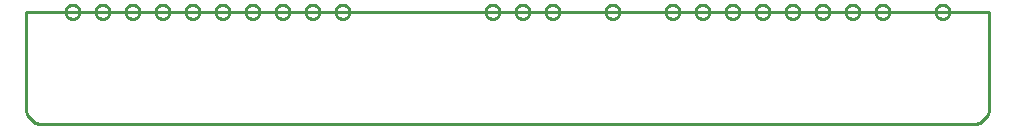
<source format=gbr>
G04 EAGLE Gerber RS-274X export*
G75*
%MOMM*%
%FSLAX34Y34*%
%LPD*%
%IN*%
%IPPOS*%
%AMOC8*
5,1,8,0,0,1.08239X$1,22.5*%
G01*
%ADD10C,0.254000*%


D10*
X-14288Y20638D02*
X-14233Y19392D01*
X-14070Y18157D01*
X-13801Y16940D01*
X-13426Y15751D01*
X-12949Y14599D01*
X-12373Y13494D01*
X-11704Y12443D01*
X-10945Y11454D01*
X-10103Y10535D01*
X-9184Y9693D01*
X-8195Y8934D01*
X-7144Y8264D01*
X-6038Y7689D01*
X-4887Y7212D01*
X-3698Y6837D01*
X-2481Y6567D01*
X-1245Y6404D01*
X0Y6350D01*
X787400Y6350D01*
X788645Y6404D01*
X789881Y6567D01*
X791098Y6837D01*
X792287Y7212D01*
X793438Y7689D01*
X794544Y8264D01*
X795595Y8934D01*
X796584Y9693D01*
X797503Y10535D01*
X798345Y11454D01*
X799104Y12443D01*
X799773Y13494D01*
X800349Y14599D01*
X800826Y15751D01*
X801201Y16940D01*
X801470Y18157D01*
X801633Y19392D01*
X801688Y20638D01*
X801688Y101600D01*
X-14288Y101600D01*
X-14288Y20638D01*
X31400Y101263D02*
X31325Y100593D01*
X31175Y99936D01*
X30952Y99300D01*
X30660Y98693D01*
X30301Y98123D01*
X29881Y97596D01*
X29404Y97119D01*
X28878Y96699D01*
X28307Y96340D01*
X27700Y96048D01*
X27064Y95825D01*
X26407Y95675D01*
X25737Y95600D01*
X25063Y95600D01*
X24393Y95675D01*
X23736Y95825D01*
X23100Y96048D01*
X22493Y96340D01*
X21923Y96699D01*
X21396Y97119D01*
X20919Y97596D01*
X20499Y98123D01*
X20140Y98693D01*
X19848Y99300D01*
X19625Y99936D01*
X19475Y100593D01*
X19400Y101263D01*
X19400Y101937D01*
X19475Y102607D01*
X19625Y103264D01*
X19848Y103900D01*
X20140Y104507D01*
X20499Y105078D01*
X20919Y105604D01*
X21396Y106081D01*
X21923Y106501D01*
X22493Y106860D01*
X23100Y107152D01*
X23736Y107375D01*
X24393Y107525D01*
X25063Y107600D01*
X25737Y107600D01*
X26407Y107525D01*
X27064Y107375D01*
X27700Y107152D01*
X28307Y106860D01*
X28878Y106501D01*
X29404Y106081D01*
X29881Y105604D01*
X30301Y105078D01*
X30660Y104507D01*
X30952Y103900D01*
X31175Y103264D01*
X31325Y102607D01*
X31400Y101937D01*
X31400Y101263D01*
X56800Y101263D02*
X56725Y100593D01*
X56575Y99936D01*
X56352Y99300D01*
X56060Y98693D01*
X55701Y98123D01*
X55281Y97596D01*
X54804Y97119D01*
X54278Y96699D01*
X53707Y96340D01*
X53100Y96048D01*
X52464Y95825D01*
X51807Y95675D01*
X51137Y95600D01*
X50463Y95600D01*
X49793Y95675D01*
X49136Y95825D01*
X48500Y96048D01*
X47893Y96340D01*
X47323Y96699D01*
X46796Y97119D01*
X46319Y97596D01*
X45899Y98123D01*
X45540Y98693D01*
X45248Y99300D01*
X45025Y99936D01*
X44875Y100593D01*
X44800Y101263D01*
X44800Y101937D01*
X44875Y102607D01*
X45025Y103264D01*
X45248Y103900D01*
X45540Y104507D01*
X45899Y105078D01*
X46319Y105604D01*
X46796Y106081D01*
X47323Y106501D01*
X47893Y106860D01*
X48500Y107152D01*
X49136Y107375D01*
X49793Y107525D01*
X50463Y107600D01*
X51137Y107600D01*
X51807Y107525D01*
X52464Y107375D01*
X53100Y107152D01*
X53707Y106860D01*
X54278Y106501D01*
X54804Y106081D01*
X55281Y105604D01*
X55701Y105078D01*
X56060Y104507D01*
X56352Y103900D01*
X56575Y103264D01*
X56725Y102607D01*
X56800Y101937D01*
X56800Y101263D01*
X82200Y101263D02*
X82125Y100593D01*
X81975Y99936D01*
X81752Y99300D01*
X81460Y98693D01*
X81101Y98123D01*
X80681Y97596D01*
X80204Y97119D01*
X79678Y96699D01*
X79107Y96340D01*
X78500Y96048D01*
X77864Y95825D01*
X77207Y95675D01*
X76537Y95600D01*
X75863Y95600D01*
X75193Y95675D01*
X74536Y95825D01*
X73900Y96048D01*
X73293Y96340D01*
X72723Y96699D01*
X72196Y97119D01*
X71719Y97596D01*
X71299Y98123D01*
X70940Y98693D01*
X70648Y99300D01*
X70425Y99936D01*
X70275Y100593D01*
X70200Y101263D01*
X70200Y101937D01*
X70275Y102607D01*
X70425Y103264D01*
X70648Y103900D01*
X70940Y104507D01*
X71299Y105078D01*
X71719Y105604D01*
X72196Y106081D01*
X72723Y106501D01*
X73293Y106860D01*
X73900Y107152D01*
X74536Y107375D01*
X75193Y107525D01*
X75863Y107600D01*
X76537Y107600D01*
X77207Y107525D01*
X77864Y107375D01*
X78500Y107152D01*
X79107Y106860D01*
X79678Y106501D01*
X80204Y106081D01*
X80681Y105604D01*
X81101Y105078D01*
X81460Y104507D01*
X81752Y103900D01*
X81975Y103264D01*
X82125Y102607D01*
X82200Y101937D01*
X82200Y101263D01*
X133000Y101263D02*
X132925Y100593D01*
X132775Y99936D01*
X132552Y99300D01*
X132260Y98693D01*
X131901Y98123D01*
X131481Y97596D01*
X131004Y97119D01*
X130478Y96699D01*
X129907Y96340D01*
X129300Y96048D01*
X128664Y95825D01*
X128007Y95675D01*
X127337Y95600D01*
X126663Y95600D01*
X125993Y95675D01*
X125336Y95825D01*
X124700Y96048D01*
X124093Y96340D01*
X123523Y96699D01*
X122996Y97119D01*
X122519Y97596D01*
X122099Y98123D01*
X121740Y98693D01*
X121448Y99300D01*
X121225Y99936D01*
X121075Y100593D01*
X121000Y101263D01*
X121000Y101937D01*
X121075Y102607D01*
X121225Y103264D01*
X121448Y103900D01*
X121740Y104507D01*
X122099Y105078D01*
X122519Y105604D01*
X122996Y106081D01*
X123523Y106501D01*
X124093Y106860D01*
X124700Y107152D01*
X125336Y107375D01*
X125993Y107525D01*
X126663Y107600D01*
X127337Y107600D01*
X128007Y107525D01*
X128664Y107375D01*
X129300Y107152D01*
X129907Y106860D01*
X130478Y106501D01*
X131004Y106081D01*
X131481Y105604D01*
X131901Y105078D01*
X132260Y104507D01*
X132552Y103900D01*
X132775Y103264D01*
X132925Y102607D01*
X133000Y101937D01*
X133000Y101263D01*
X107600Y101263D02*
X107525Y100593D01*
X107375Y99936D01*
X107152Y99300D01*
X106860Y98693D01*
X106501Y98123D01*
X106081Y97596D01*
X105604Y97119D01*
X105078Y96699D01*
X104507Y96340D01*
X103900Y96048D01*
X103264Y95825D01*
X102607Y95675D01*
X101937Y95600D01*
X101263Y95600D01*
X100593Y95675D01*
X99936Y95825D01*
X99300Y96048D01*
X98693Y96340D01*
X98123Y96699D01*
X97596Y97119D01*
X97119Y97596D01*
X96699Y98123D01*
X96340Y98693D01*
X96048Y99300D01*
X95825Y99936D01*
X95675Y100593D01*
X95600Y101263D01*
X95600Y101937D01*
X95675Y102607D01*
X95825Y103264D01*
X96048Y103900D01*
X96340Y104507D01*
X96699Y105078D01*
X97119Y105604D01*
X97596Y106081D01*
X98123Y106501D01*
X98693Y106860D01*
X99300Y107152D01*
X99936Y107375D01*
X100593Y107525D01*
X101263Y107600D01*
X101937Y107600D01*
X102607Y107525D01*
X103264Y107375D01*
X103900Y107152D01*
X104507Y106860D01*
X105078Y106501D01*
X105604Y106081D01*
X106081Y105604D01*
X106501Y105078D01*
X106860Y104507D01*
X107152Y103900D01*
X107375Y103264D01*
X107525Y102607D01*
X107600Y101937D01*
X107600Y101263D01*
X158400Y101263D02*
X158325Y100593D01*
X158175Y99936D01*
X157952Y99300D01*
X157660Y98693D01*
X157301Y98123D01*
X156881Y97596D01*
X156404Y97119D01*
X155878Y96699D01*
X155307Y96340D01*
X154700Y96048D01*
X154064Y95825D01*
X153407Y95675D01*
X152737Y95600D01*
X152063Y95600D01*
X151393Y95675D01*
X150736Y95825D01*
X150100Y96048D01*
X149493Y96340D01*
X148923Y96699D01*
X148396Y97119D01*
X147919Y97596D01*
X147499Y98123D01*
X147140Y98693D01*
X146848Y99300D01*
X146625Y99936D01*
X146475Y100593D01*
X146400Y101263D01*
X146400Y101937D01*
X146475Y102607D01*
X146625Y103264D01*
X146848Y103900D01*
X147140Y104507D01*
X147499Y105078D01*
X147919Y105604D01*
X148396Y106081D01*
X148923Y106501D01*
X149493Y106860D01*
X150100Y107152D01*
X150736Y107375D01*
X151393Y107525D01*
X152063Y107600D01*
X152737Y107600D01*
X153407Y107525D01*
X154064Y107375D01*
X154700Y107152D01*
X155307Y106860D01*
X155878Y106501D01*
X156404Y106081D01*
X156881Y105604D01*
X157301Y105078D01*
X157660Y104507D01*
X157952Y103900D01*
X158175Y103264D01*
X158325Y102607D01*
X158400Y101937D01*
X158400Y101263D01*
X209200Y101263D02*
X209125Y100593D01*
X208975Y99936D01*
X208752Y99300D01*
X208460Y98693D01*
X208101Y98123D01*
X207681Y97596D01*
X207204Y97119D01*
X206678Y96699D01*
X206107Y96340D01*
X205500Y96048D01*
X204864Y95825D01*
X204207Y95675D01*
X203537Y95600D01*
X202863Y95600D01*
X202193Y95675D01*
X201536Y95825D01*
X200900Y96048D01*
X200293Y96340D01*
X199723Y96699D01*
X199196Y97119D01*
X198719Y97596D01*
X198299Y98123D01*
X197940Y98693D01*
X197648Y99300D01*
X197425Y99936D01*
X197275Y100593D01*
X197200Y101263D01*
X197200Y101937D01*
X197275Y102607D01*
X197425Y103264D01*
X197648Y103900D01*
X197940Y104507D01*
X198299Y105078D01*
X198719Y105604D01*
X199196Y106081D01*
X199723Y106501D01*
X200293Y106860D01*
X200900Y107152D01*
X201536Y107375D01*
X202193Y107525D01*
X202863Y107600D01*
X203537Y107600D01*
X204207Y107525D01*
X204864Y107375D01*
X205500Y107152D01*
X206107Y106860D01*
X206678Y106501D01*
X207204Y106081D01*
X207681Y105604D01*
X208101Y105078D01*
X208460Y104507D01*
X208752Y103900D01*
X208975Y103264D01*
X209125Y102607D01*
X209200Y101937D01*
X209200Y101263D01*
X183800Y101263D02*
X183725Y100593D01*
X183575Y99936D01*
X183352Y99300D01*
X183060Y98693D01*
X182701Y98123D01*
X182281Y97596D01*
X181804Y97119D01*
X181278Y96699D01*
X180707Y96340D01*
X180100Y96048D01*
X179464Y95825D01*
X178807Y95675D01*
X178137Y95600D01*
X177463Y95600D01*
X176793Y95675D01*
X176136Y95825D01*
X175500Y96048D01*
X174893Y96340D01*
X174323Y96699D01*
X173796Y97119D01*
X173319Y97596D01*
X172899Y98123D01*
X172540Y98693D01*
X172248Y99300D01*
X172025Y99936D01*
X171875Y100593D01*
X171800Y101263D01*
X171800Y101937D01*
X171875Y102607D01*
X172025Y103264D01*
X172248Y103900D01*
X172540Y104507D01*
X172899Y105078D01*
X173319Y105604D01*
X173796Y106081D01*
X174323Y106501D01*
X174893Y106860D01*
X175500Y107152D01*
X176136Y107375D01*
X176793Y107525D01*
X177463Y107600D01*
X178137Y107600D01*
X178807Y107525D01*
X179464Y107375D01*
X180100Y107152D01*
X180707Y106860D01*
X181278Y106501D01*
X181804Y106081D01*
X182281Y105604D01*
X182701Y105078D01*
X183060Y104507D01*
X183352Y103900D01*
X183575Y103264D01*
X183725Y102607D01*
X183800Y101937D01*
X183800Y101263D01*
X234600Y101263D02*
X234525Y100593D01*
X234375Y99936D01*
X234152Y99300D01*
X233860Y98693D01*
X233501Y98123D01*
X233081Y97596D01*
X232604Y97119D01*
X232078Y96699D01*
X231507Y96340D01*
X230900Y96048D01*
X230264Y95825D01*
X229607Y95675D01*
X228937Y95600D01*
X228263Y95600D01*
X227593Y95675D01*
X226936Y95825D01*
X226300Y96048D01*
X225693Y96340D01*
X225123Y96699D01*
X224596Y97119D01*
X224119Y97596D01*
X223699Y98123D01*
X223340Y98693D01*
X223048Y99300D01*
X222825Y99936D01*
X222675Y100593D01*
X222600Y101263D01*
X222600Y101937D01*
X222675Y102607D01*
X222825Y103264D01*
X223048Y103900D01*
X223340Y104507D01*
X223699Y105078D01*
X224119Y105604D01*
X224596Y106081D01*
X225123Y106501D01*
X225693Y106860D01*
X226300Y107152D01*
X226936Y107375D01*
X227593Y107525D01*
X228263Y107600D01*
X228937Y107600D01*
X229607Y107525D01*
X230264Y107375D01*
X230900Y107152D01*
X231507Y106860D01*
X232078Y106501D01*
X232604Y106081D01*
X233081Y105604D01*
X233501Y105078D01*
X233860Y104507D01*
X234152Y103900D01*
X234375Y103264D01*
X234525Y102607D01*
X234600Y101937D01*
X234600Y101263D01*
X387000Y101263D02*
X386925Y100593D01*
X386775Y99936D01*
X386552Y99300D01*
X386260Y98693D01*
X385901Y98123D01*
X385481Y97596D01*
X385004Y97119D01*
X384478Y96699D01*
X383907Y96340D01*
X383300Y96048D01*
X382664Y95825D01*
X382007Y95675D01*
X381337Y95600D01*
X380663Y95600D01*
X379993Y95675D01*
X379336Y95825D01*
X378700Y96048D01*
X378093Y96340D01*
X377523Y96699D01*
X376996Y97119D01*
X376519Y97596D01*
X376099Y98123D01*
X375740Y98693D01*
X375448Y99300D01*
X375225Y99936D01*
X375075Y100593D01*
X375000Y101263D01*
X375000Y101937D01*
X375075Y102607D01*
X375225Y103264D01*
X375448Y103900D01*
X375740Y104507D01*
X376099Y105078D01*
X376519Y105604D01*
X376996Y106081D01*
X377523Y106501D01*
X378093Y106860D01*
X378700Y107152D01*
X379336Y107375D01*
X379993Y107525D01*
X380663Y107600D01*
X381337Y107600D01*
X382007Y107525D01*
X382664Y107375D01*
X383300Y107152D01*
X383907Y106860D01*
X384478Y106501D01*
X385004Y106081D01*
X385481Y105604D01*
X385901Y105078D01*
X386260Y104507D01*
X386552Y103900D01*
X386775Y103264D01*
X386925Y102607D01*
X387000Y101937D01*
X387000Y101263D01*
X260000Y101263D02*
X259925Y100593D01*
X259775Y99936D01*
X259552Y99300D01*
X259260Y98693D01*
X258901Y98123D01*
X258481Y97596D01*
X258004Y97119D01*
X257478Y96699D01*
X256907Y96340D01*
X256300Y96048D01*
X255664Y95825D01*
X255007Y95675D01*
X254337Y95600D01*
X253663Y95600D01*
X252993Y95675D01*
X252336Y95825D01*
X251700Y96048D01*
X251093Y96340D01*
X250523Y96699D01*
X249996Y97119D01*
X249519Y97596D01*
X249099Y98123D01*
X248740Y98693D01*
X248448Y99300D01*
X248225Y99936D01*
X248075Y100593D01*
X248000Y101263D01*
X248000Y101937D01*
X248075Y102607D01*
X248225Y103264D01*
X248448Y103900D01*
X248740Y104507D01*
X249099Y105078D01*
X249519Y105604D01*
X249996Y106081D01*
X250523Y106501D01*
X251093Y106860D01*
X251700Y107152D01*
X252336Y107375D01*
X252993Y107525D01*
X253663Y107600D01*
X254337Y107600D01*
X255007Y107525D01*
X255664Y107375D01*
X256300Y107152D01*
X256907Y106860D01*
X257478Y106501D01*
X258004Y106081D01*
X258481Y105604D01*
X258901Y105078D01*
X259260Y104507D01*
X259552Y103900D01*
X259775Y103264D01*
X259925Y102607D01*
X260000Y101937D01*
X260000Y101263D01*
X412400Y101263D02*
X412325Y100593D01*
X412175Y99936D01*
X411952Y99300D01*
X411660Y98693D01*
X411301Y98123D01*
X410881Y97596D01*
X410404Y97119D01*
X409878Y96699D01*
X409307Y96340D01*
X408700Y96048D01*
X408064Y95825D01*
X407407Y95675D01*
X406737Y95600D01*
X406063Y95600D01*
X405393Y95675D01*
X404736Y95825D01*
X404100Y96048D01*
X403493Y96340D01*
X402923Y96699D01*
X402396Y97119D01*
X401919Y97596D01*
X401499Y98123D01*
X401140Y98693D01*
X400848Y99300D01*
X400625Y99936D01*
X400475Y100593D01*
X400400Y101263D01*
X400400Y101937D01*
X400475Y102607D01*
X400625Y103264D01*
X400848Y103900D01*
X401140Y104507D01*
X401499Y105078D01*
X401919Y105604D01*
X402396Y106081D01*
X402923Y106501D01*
X403493Y106860D01*
X404100Y107152D01*
X404736Y107375D01*
X405393Y107525D01*
X406063Y107600D01*
X406737Y107600D01*
X407407Y107525D01*
X408064Y107375D01*
X408700Y107152D01*
X409307Y106860D01*
X409878Y106501D01*
X410404Y106081D01*
X410881Y105604D01*
X411301Y105078D01*
X411660Y104507D01*
X411952Y103900D01*
X412175Y103264D01*
X412325Y102607D01*
X412400Y101937D01*
X412400Y101263D01*
X437800Y101263D02*
X437725Y100593D01*
X437575Y99936D01*
X437352Y99300D01*
X437060Y98693D01*
X436701Y98123D01*
X436281Y97596D01*
X435804Y97119D01*
X435278Y96699D01*
X434707Y96340D01*
X434100Y96048D01*
X433464Y95825D01*
X432807Y95675D01*
X432137Y95600D01*
X431463Y95600D01*
X430793Y95675D01*
X430136Y95825D01*
X429500Y96048D01*
X428893Y96340D01*
X428323Y96699D01*
X427796Y97119D01*
X427319Y97596D01*
X426899Y98123D01*
X426540Y98693D01*
X426248Y99300D01*
X426025Y99936D01*
X425875Y100593D01*
X425800Y101263D01*
X425800Y101937D01*
X425875Y102607D01*
X426025Y103264D01*
X426248Y103900D01*
X426540Y104507D01*
X426899Y105078D01*
X427319Y105604D01*
X427796Y106081D01*
X428323Y106501D01*
X428893Y106860D01*
X429500Y107152D01*
X430136Y107375D01*
X430793Y107525D01*
X431463Y107600D01*
X432137Y107600D01*
X432807Y107525D01*
X433464Y107375D01*
X434100Y107152D01*
X434707Y106860D01*
X435278Y106501D01*
X435804Y106081D01*
X436281Y105604D01*
X436701Y105078D01*
X437060Y104507D01*
X437352Y103900D01*
X437575Y103264D01*
X437725Y102607D01*
X437800Y101937D01*
X437800Y101263D01*
X488600Y101263D02*
X488525Y100593D01*
X488375Y99936D01*
X488152Y99300D01*
X487860Y98693D01*
X487501Y98123D01*
X487081Y97596D01*
X486604Y97119D01*
X486078Y96699D01*
X485507Y96340D01*
X484900Y96048D01*
X484264Y95825D01*
X483607Y95675D01*
X482937Y95600D01*
X482263Y95600D01*
X481593Y95675D01*
X480936Y95825D01*
X480300Y96048D01*
X479693Y96340D01*
X479123Y96699D01*
X478596Y97119D01*
X478119Y97596D01*
X477699Y98123D01*
X477340Y98693D01*
X477048Y99300D01*
X476825Y99936D01*
X476675Y100593D01*
X476600Y101263D01*
X476600Y101937D01*
X476675Y102607D01*
X476825Y103264D01*
X477048Y103900D01*
X477340Y104507D01*
X477699Y105078D01*
X478119Y105604D01*
X478596Y106081D01*
X479123Y106501D01*
X479693Y106860D01*
X480300Y107152D01*
X480936Y107375D01*
X481593Y107525D01*
X482263Y107600D01*
X482937Y107600D01*
X483607Y107525D01*
X484264Y107375D01*
X484900Y107152D01*
X485507Y106860D01*
X486078Y106501D01*
X486604Y106081D01*
X487081Y105604D01*
X487501Y105078D01*
X487860Y104507D01*
X488152Y103900D01*
X488375Y103264D01*
X488525Y102607D01*
X488600Y101937D01*
X488600Y101263D01*
X539400Y101263D02*
X539325Y100593D01*
X539175Y99936D01*
X538952Y99300D01*
X538660Y98693D01*
X538301Y98123D01*
X537881Y97596D01*
X537404Y97119D01*
X536878Y96699D01*
X536307Y96340D01*
X535700Y96048D01*
X535064Y95825D01*
X534407Y95675D01*
X533737Y95600D01*
X533063Y95600D01*
X532393Y95675D01*
X531736Y95825D01*
X531100Y96048D01*
X530493Y96340D01*
X529923Y96699D01*
X529396Y97119D01*
X528919Y97596D01*
X528499Y98123D01*
X528140Y98693D01*
X527848Y99300D01*
X527625Y99936D01*
X527475Y100593D01*
X527400Y101263D01*
X527400Y101937D01*
X527475Y102607D01*
X527625Y103264D01*
X527848Y103900D01*
X528140Y104507D01*
X528499Y105078D01*
X528919Y105604D01*
X529396Y106081D01*
X529923Y106501D01*
X530493Y106860D01*
X531100Y107152D01*
X531736Y107375D01*
X532393Y107525D01*
X533063Y107600D01*
X533737Y107600D01*
X534407Y107525D01*
X535064Y107375D01*
X535700Y107152D01*
X536307Y106860D01*
X536878Y106501D01*
X537404Y106081D01*
X537881Y105604D01*
X538301Y105078D01*
X538660Y104507D01*
X538952Y103900D01*
X539175Y103264D01*
X539325Y102607D01*
X539400Y101937D01*
X539400Y101263D01*
X564800Y101263D02*
X564725Y100593D01*
X564575Y99936D01*
X564352Y99300D01*
X564060Y98693D01*
X563701Y98123D01*
X563281Y97596D01*
X562804Y97119D01*
X562278Y96699D01*
X561707Y96340D01*
X561100Y96048D01*
X560464Y95825D01*
X559807Y95675D01*
X559137Y95600D01*
X558463Y95600D01*
X557793Y95675D01*
X557136Y95825D01*
X556500Y96048D01*
X555893Y96340D01*
X555323Y96699D01*
X554796Y97119D01*
X554319Y97596D01*
X553899Y98123D01*
X553540Y98693D01*
X553248Y99300D01*
X553025Y99936D01*
X552875Y100593D01*
X552800Y101263D01*
X552800Y101937D01*
X552875Y102607D01*
X553025Y103264D01*
X553248Y103900D01*
X553540Y104507D01*
X553899Y105078D01*
X554319Y105604D01*
X554796Y106081D01*
X555323Y106501D01*
X555893Y106860D01*
X556500Y107152D01*
X557136Y107375D01*
X557793Y107525D01*
X558463Y107600D01*
X559137Y107600D01*
X559807Y107525D01*
X560464Y107375D01*
X561100Y107152D01*
X561707Y106860D01*
X562278Y106501D01*
X562804Y106081D01*
X563281Y105604D01*
X563701Y105078D01*
X564060Y104507D01*
X564352Y103900D01*
X564575Y103264D01*
X564725Y102607D01*
X564800Y101937D01*
X564800Y101263D01*
X590200Y101263D02*
X590125Y100593D01*
X589975Y99936D01*
X589752Y99300D01*
X589460Y98693D01*
X589101Y98123D01*
X588681Y97596D01*
X588204Y97119D01*
X587678Y96699D01*
X587107Y96340D01*
X586500Y96048D01*
X585864Y95825D01*
X585207Y95675D01*
X584537Y95600D01*
X583863Y95600D01*
X583193Y95675D01*
X582536Y95825D01*
X581900Y96048D01*
X581293Y96340D01*
X580723Y96699D01*
X580196Y97119D01*
X579719Y97596D01*
X579299Y98123D01*
X578940Y98693D01*
X578648Y99300D01*
X578425Y99936D01*
X578275Y100593D01*
X578200Y101263D01*
X578200Y101937D01*
X578275Y102607D01*
X578425Y103264D01*
X578648Y103900D01*
X578940Y104507D01*
X579299Y105078D01*
X579719Y105604D01*
X580196Y106081D01*
X580723Y106501D01*
X581293Y106860D01*
X581900Y107152D01*
X582536Y107375D01*
X583193Y107525D01*
X583863Y107600D01*
X584537Y107600D01*
X585207Y107525D01*
X585864Y107375D01*
X586500Y107152D01*
X587107Y106860D01*
X587678Y106501D01*
X588204Y106081D01*
X588681Y105604D01*
X589101Y105078D01*
X589460Y104507D01*
X589752Y103900D01*
X589975Y103264D01*
X590125Y102607D01*
X590200Y101937D01*
X590200Y101263D01*
X615600Y101263D02*
X615525Y100593D01*
X615375Y99936D01*
X615152Y99300D01*
X614860Y98693D01*
X614501Y98123D01*
X614081Y97596D01*
X613604Y97119D01*
X613078Y96699D01*
X612507Y96340D01*
X611900Y96048D01*
X611264Y95825D01*
X610607Y95675D01*
X609937Y95600D01*
X609263Y95600D01*
X608593Y95675D01*
X607936Y95825D01*
X607300Y96048D01*
X606693Y96340D01*
X606123Y96699D01*
X605596Y97119D01*
X605119Y97596D01*
X604699Y98123D01*
X604340Y98693D01*
X604048Y99300D01*
X603825Y99936D01*
X603675Y100593D01*
X603600Y101263D01*
X603600Y101937D01*
X603675Y102607D01*
X603825Y103264D01*
X604048Y103900D01*
X604340Y104507D01*
X604699Y105078D01*
X605119Y105604D01*
X605596Y106081D01*
X606123Y106501D01*
X606693Y106860D01*
X607300Y107152D01*
X607936Y107375D01*
X608593Y107525D01*
X609263Y107600D01*
X609937Y107600D01*
X610607Y107525D01*
X611264Y107375D01*
X611900Y107152D01*
X612507Y106860D01*
X613078Y106501D01*
X613604Y106081D01*
X614081Y105604D01*
X614501Y105078D01*
X614860Y104507D01*
X615152Y103900D01*
X615375Y103264D01*
X615525Y102607D01*
X615600Y101937D01*
X615600Y101263D01*
X641000Y101263D02*
X640925Y100593D01*
X640775Y99936D01*
X640552Y99300D01*
X640260Y98693D01*
X639901Y98123D01*
X639481Y97596D01*
X639004Y97119D01*
X638478Y96699D01*
X637907Y96340D01*
X637300Y96048D01*
X636664Y95825D01*
X636007Y95675D01*
X635337Y95600D01*
X634663Y95600D01*
X633993Y95675D01*
X633336Y95825D01*
X632700Y96048D01*
X632093Y96340D01*
X631523Y96699D01*
X630996Y97119D01*
X630519Y97596D01*
X630099Y98123D01*
X629740Y98693D01*
X629448Y99300D01*
X629225Y99936D01*
X629075Y100593D01*
X629000Y101263D01*
X629000Y101937D01*
X629075Y102607D01*
X629225Y103264D01*
X629448Y103900D01*
X629740Y104507D01*
X630099Y105078D01*
X630519Y105604D01*
X630996Y106081D01*
X631523Y106501D01*
X632093Y106860D01*
X632700Y107152D01*
X633336Y107375D01*
X633993Y107525D01*
X634663Y107600D01*
X635337Y107600D01*
X636007Y107525D01*
X636664Y107375D01*
X637300Y107152D01*
X637907Y106860D01*
X638478Y106501D01*
X639004Y106081D01*
X639481Y105604D01*
X639901Y105078D01*
X640260Y104507D01*
X640552Y103900D01*
X640775Y103264D01*
X640925Y102607D01*
X641000Y101937D01*
X641000Y101263D01*
X666400Y101263D02*
X666325Y100593D01*
X666175Y99936D01*
X665952Y99300D01*
X665660Y98693D01*
X665301Y98123D01*
X664881Y97596D01*
X664404Y97119D01*
X663878Y96699D01*
X663307Y96340D01*
X662700Y96048D01*
X662064Y95825D01*
X661407Y95675D01*
X660737Y95600D01*
X660063Y95600D01*
X659393Y95675D01*
X658736Y95825D01*
X658100Y96048D01*
X657493Y96340D01*
X656923Y96699D01*
X656396Y97119D01*
X655919Y97596D01*
X655499Y98123D01*
X655140Y98693D01*
X654848Y99300D01*
X654625Y99936D01*
X654475Y100593D01*
X654400Y101263D01*
X654400Y101937D01*
X654475Y102607D01*
X654625Y103264D01*
X654848Y103900D01*
X655140Y104507D01*
X655499Y105078D01*
X655919Y105604D01*
X656396Y106081D01*
X656923Y106501D01*
X657493Y106860D01*
X658100Y107152D01*
X658736Y107375D01*
X659393Y107525D01*
X660063Y107600D01*
X660737Y107600D01*
X661407Y107525D01*
X662064Y107375D01*
X662700Y107152D01*
X663307Y106860D01*
X663878Y106501D01*
X664404Y106081D01*
X664881Y105604D01*
X665301Y105078D01*
X665660Y104507D01*
X665952Y103900D01*
X666175Y103264D01*
X666325Y102607D01*
X666400Y101937D01*
X666400Y101263D01*
X691800Y101263D02*
X691725Y100593D01*
X691575Y99936D01*
X691352Y99300D01*
X691060Y98693D01*
X690701Y98123D01*
X690281Y97596D01*
X689804Y97119D01*
X689278Y96699D01*
X688707Y96340D01*
X688100Y96048D01*
X687464Y95825D01*
X686807Y95675D01*
X686137Y95600D01*
X685463Y95600D01*
X684793Y95675D01*
X684136Y95825D01*
X683500Y96048D01*
X682893Y96340D01*
X682323Y96699D01*
X681796Y97119D01*
X681319Y97596D01*
X680899Y98123D01*
X680540Y98693D01*
X680248Y99300D01*
X680025Y99936D01*
X679875Y100593D01*
X679800Y101263D01*
X679800Y101937D01*
X679875Y102607D01*
X680025Y103264D01*
X680248Y103900D01*
X680540Y104507D01*
X680899Y105078D01*
X681319Y105604D01*
X681796Y106081D01*
X682323Y106501D01*
X682893Y106860D01*
X683500Y107152D01*
X684136Y107375D01*
X684793Y107525D01*
X685463Y107600D01*
X686137Y107600D01*
X686807Y107525D01*
X687464Y107375D01*
X688100Y107152D01*
X688707Y106860D01*
X689278Y106501D01*
X689804Y106081D01*
X690281Y105604D01*
X690701Y105078D01*
X691060Y104507D01*
X691352Y103900D01*
X691575Y103264D01*
X691725Y102607D01*
X691800Y101937D01*
X691800Y101263D01*
X717200Y101263D02*
X717125Y100593D01*
X716975Y99936D01*
X716752Y99300D01*
X716460Y98693D01*
X716101Y98123D01*
X715681Y97596D01*
X715204Y97119D01*
X714678Y96699D01*
X714107Y96340D01*
X713500Y96048D01*
X712864Y95825D01*
X712207Y95675D01*
X711537Y95600D01*
X710863Y95600D01*
X710193Y95675D01*
X709536Y95825D01*
X708900Y96048D01*
X708293Y96340D01*
X707723Y96699D01*
X707196Y97119D01*
X706719Y97596D01*
X706299Y98123D01*
X705940Y98693D01*
X705648Y99300D01*
X705425Y99936D01*
X705275Y100593D01*
X705200Y101263D01*
X705200Y101937D01*
X705275Y102607D01*
X705425Y103264D01*
X705648Y103900D01*
X705940Y104507D01*
X706299Y105078D01*
X706719Y105604D01*
X707196Y106081D01*
X707723Y106501D01*
X708293Y106860D01*
X708900Y107152D01*
X709536Y107375D01*
X710193Y107525D01*
X710863Y107600D01*
X711537Y107600D01*
X712207Y107525D01*
X712864Y107375D01*
X713500Y107152D01*
X714107Y106860D01*
X714678Y106501D01*
X715204Y106081D01*
X715681Y105604D01*
X716101Y105078D01*
X716460Y104507D01*
X716752Y103900D01*
X716975Y103264D01*
X717125Y102607D01*
X717200Y101937D01*
X717200Y101263D01*
X768000Y101263D02*
X767925Y100593D01*
X767775Y99936D01*
X767552Y99300D01*
X767260Y98693D01*
X766901Y98123D01*
X766481Y97596D01*
X766004Y97119D01*
X765478Y96699D01*
X764907Y96340D01*
X764300Y96048D01*
X763664Y95825D01*
X763007Y95675D01*
X762337Y95600D01*
X761663Y95600D01*
X760993Y95675D01*
X760336Y95825D01*
X759700Y96048D01*
X759093Y96340D01*
X758523Y96699D01*
X757996Y97119D01*
X757519Y97596D01*
X757099Y98123D01*
X756740Y98693D01*
X756448Y99300D01*
X756225Y99936D01*
X756075Y100593D01*
X756000Y101263D01*
X756000Y101937D01*
X756075Y102607D01*
X756225Y103264D01*
X756448Y103900D01*
X756740Y104507D01*
X757099Y105078D01*
X757519Y105604D01*
X757996Y106081D01*
X758523Y106501D01*
X759093Y106860D01*
X759700Y107152D01*
X760336Y107375D01*
X760993Y107525D01*
X761663Y107600D01*
X762337Y107600D01*
X763007Y107525D01*
X763664Y107375D01*
X764300Y107152D01*
X764907Y106860D01*
X765478Y106501D01*
X766004Y106081D01*
X766481Y105604D01*
X766901Y105078D01*
X767260Y104507D01*
X767552Y103900D01*
X767775Y103264D01*
X767925Y102607D01*
X768000Y101937D01*
X768000Y101263D01*
M02*

</source>
